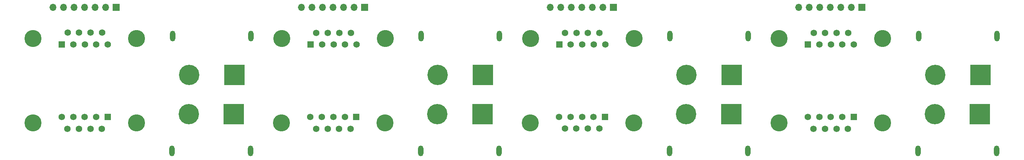
<source format=gbr>
%TF.GenerationSoftware,KiCad,Pcbnew,(6.0.7)*%
%TF.CreationDate,2024-02-08T01:47:38+01:00*%
%TF.ProjectId,RACK_CONNECTOR,5241434b-5f43-44f4-9e4e-4543544f522e,rev?*%
%TF.SameCoordinates,Original*%
%TF.FileFunction,Copper,L2,Bot*%
%TF.FilePolarity,Positive*%
%FSLAX46Y46*%
G04 Gerber Fmt 4.6, Leading zero omitted, Abs format (unit mm)*
G04 Created by KiCad (PCBNEW (6.0.7)) date 2024-02-08 01:47:38*
%MOMM*%
%LPD*%
G01*
G04 APERTURE LIST*
%TA.AperFunction,ComponentPad*%
%ADD10R,1.575000X1.575000*%
%TD*%
%TA.AperFunction,ComponentPad*%
%ADD11C,1.575000*%
%TD*%
%TA.AperFunction,ComponentPad*%
%ADD12C,4.116000*%
%TD*%
%TA.AperFunction,ComponentPad*%
%ADD13C,4.916000*%
%TD*%
%TA.AperFunction,ComponentPad*%
%ADD14R,4.916000X4.916000*%
%TD*%
%TA.AperFunction,ComponentPad*%
%ADD15O,1.300000X2.600000*%
%TD*%
%TA.AperFunction,ComponentPad*%
%ADD16R,1.700000X1.700000*%
%TD*%
%TA.AperFunction,ComponentPad*%
%ADD17O,1.700000X1.700000*%
%TD*%
G04 APERTURE END LIST*
D10*
%TO.P,J11,1,1*%
%TO.N,C1*%
X93360000Y-55190000D03*
D11*
%TO.P,J11,2,2*%
%TO.N,C2*%
X96130000Y-55190000D03*
%TO.P,J11,3,3*%
%TO.N,C3*%
X98900000Y-55190000D03*
%TO.P,J11,4,4*%
%TO.N,C4*%
X101670000Y-55190000D03*
%TO.P,J11,5,5*%
%TO.N,C5*%
X104440000Y-55190000D03*
%TO.P,J11,6,6*%
%TO.N,C6*%
X94745000Y-52350000D03*
%TO.P,J11,7,7*%
%TO.N,C7*%
X97515000Y-52350000D03*
%TO.P,J11,8,8*%
%TO.N,unconnected-(J11-Pad8)*%
X100285000Y-52350000D03*
%TO.P,J11,9,9*%
%TO.N,unconnected-(J11-Pad9)*%
X103055000Y-52350000D03*
D12*
%TO.P,J11,S1*%
%TO.N,N/C*%
X111395000Y-53770000D03*
%TO.P,J11,S2*%
X86405000Y-53770000D03*
%TD*%
D10*
%TO.P,J9,1,1*%
%TO.N,A1*%
X213350000Y-55200000D03*
D11*
%TO.P,J9,2,2*%
%TO.N,A2*%
X216120000Y-55200000D03*
%TO.P,J9,3,3*%
%TO.N,A3*%
X218890000Y-55200000D03*
%TO.P,J9,4,4*%
%TO.N,A4*%
X221660000Y-55200000D03*
%TO.P,J9,5,5*%
%TO.N,A5*%
X224430000Y-55200000D03*
%TO.P,J9,6,6*%
%TO.N,A6*%
X214735000Y-52360000D03*
%TO.P,J9,7,7*%
%TO.N,A7*%
X217505000Y-52360000D03*
%TO.P,J9,8,8*%
%TO.N,unconnected-(J9-Pad8)*%
X220275000Y-52360000D03*
%TO.P,J9,9,9*%
%TO.N,unconnected-(J9-Pad9)*%
X223045000Y-52360000D03*
D12*
%TO.P,J9,S1*%
%TO.N,N/C*%
X231385000Y-53780000D03*
%TO.P,J9,S2*%
X206395000Y-53780000D03*
%TD*%
D13*
%TO.P,J14,N,NEG*%
%TO.N,Net-(J14-PadN)*%
X243940000Y-72000000D03*
D14*
%TO.P,J14,P,POS*%
%TO.N,Net-(J14-PadP)*%
X254840000Y-72000000D03*
D15*
%TO.P,J14,S1*%
%TO.N,N/C*%
X258840000Y-80900000D03*
%TO.P,J14,S2*%
X239940000Y-80900000D03*
%TD*%
D13*
%TO.P,J15,N,NEG*%
%TO.N,Net-(J15-PadN)*%
X123930000Y-72000000D03*
D14*
%TO.P,J15,P,POS*%
%TO.N,Net-(J15-PadP)*%
X134830000Y-72000000D03*
D15*
%TO.P,J15,S1*%
%TO.N,N/C*%
X138830000Y-80900000D03*
%TO.P,J15,S2*%
X119930000Y-80900000D03*
%TD*%
D10*
%TO.P,J19,1,1*%
%TO.N,C1*%
X104385000Y-72710000D03*
D11*
%TO.P,J19,2,2*%
%TO.N,C2*%
X101615000Y-72710000D03*
%TO.P,J19,3,3*%
%TO.N,C3*%
X98845000Y-72710000D03*
%TO.P,J19,4,4*%
%TO.N,C4*%
X96075000Y-72710000D03*
%TO.P,J19,5,5*%
%TO.N,C5*%
X93305000Y-72710000D03*
%TO.P,J19,6,6*%
%TO.N,C6*%
X103000000Y-75550000D03*
%TO.P,J19,7,7*%
%TO.N,C7*%
X100230000Y-75550000D03*
%TO.P,J19,8,8*%
%TO.N,unconnected-(J19-Pad8)*%
X97460000Y-75550000D03*
%TO.P,J19,9,9*%
%TO.N,unconnected-(J19-Pad9)*%
X94690000Y-75550000D03*
D12*
%TO.P,J19,S1*%
%TO.N,N/C*%
X86350000Y-74130000D03*
%TO.P,J19,S2*%
X111340000Y-74130000D03*
%TD*%
D16*
%TO.P,J6,1,Pin_1*%
%TO.N,B1*%
X166410000Y-46230000D03*
D17*
%TO.P,J6,2,Pin_2*%
%TO.N,B2*%
X163870000Y-46230000D03*
%TO.P,J6,3,Pin_3*%
%TO.N,B3*%
X161330000Y-46230000D03*
%TO.P,J6,4,Pin_4*%
%TO.N,B4*%
X158790000Y-46230000D03*
%TO.P,J6,5,Pin_5*%
%TO.N,B5*%
X156250000Y-46230000D03*
%TO.P,J6,6,Pin_6*%
%TO.N,B6*%
X153710000Y-46230000D03*
%TO.P,J6,7,Pin_7*%
%TO.N,B7*%
X151170000Y-46230000D03*
%TD*%
D13*
%TO.P,J16,N,NEG*%
%TO.N,Net-(J16-PadN)*%
X63940000Y-71990000D03*
D14*
%TO.P,J16,P,POS*%
%TO.N,Net-(J16-PadP)*%
X74840000Y-71990000D03*
D15*
%TO.P,J16,S1*%
%TO.N,N/C*%
X78840000Y-80890000D03*
%TO.P,J16,S2*%
X59940000Y-80890000D03*
%TD*%
D13*
%TO.P,J4,N,NEG*%
%TO.N,Net-(J16-PadN)*%
X64040000Y-62540000D03*
D14*
%TO.P,J4,P,POS*%
%TO.N,Net-(J16-PadP)*%
X74940000Y-62540000D03*
D15*
%TO.P,J4,S1*%
%TO.N,N/C*%
X78940000Y-53140000D03*
%TO.P,J4,S2*%
X60040000Y-53140000D03*
%TD*%
D10*
%TO.P,J20,1,1*%
%TO.N,D1*%
X44395000Y-72740000D03*
D11*
%TO.P,J20,2,2*%
%TO.N,D2*%
X41625000Y-72740000D03*
%TO.P,J20,3,3*%
%TO.N,D3*%
X38855000Y-72740000D03*
%TO.P,J20,4,4*%
%TO.N,D4*%
X36085000Y-72740000D03*
%TO.P,J20,5,5*%
%TO.N,D5*%
X33315000Y-72740000D03*
%TO.P,J20,6,6*%
%TO.N,D6*%
X43010000Y-75580000D03*
%TO.P,J20,7,7*%
%TO.N,D7*%
X40240000Y-75580000D03*
%TO.P,J20,8,8*%
%TO.N,unconnected-(J20-Pad8)*%
X37470000Y-75580000D03*
%TO.P,J20,9,9*%
%TO.N,unconnected-(J20-Pad9)*%
X34700000Y-75580000D03*
D12*
%TO.P,J20,S1*%
%TO.N,N/C*%
X26360000Y-74160000D03*
%TO.P,J20,S2*%
X51350000Y-74160000D03*
%TD*%
D10*
%TO.P,J18,1,1*%
%TO.N,B1*%
X164395000Y-72700000D03*
D11*
%TO.P,J18,2,2*%
%TO.N,B2*%
X161625000Y-72700000D03*
%TO.P,J18,3,3*%
%TO.N,B3*%
X158855000Y-72700000D03*
%TO.P,J18,4,4*%
%TO.N,B4*%
X156085000Y-72700000D03*
%TO.P,J18,5,5*%
%TO.N,B5*%
X153315000Y-72700000D03*
%TO.P,J18,6,6*%
%TO.N,B6*%
X163010000Y-75540000D03*
%TO.P,J18,7,7*%
%TO.N,B7*%
X160240000Y-75540000D03*
%TO.P,J18,8,8*%
%TO.N,unconnected-(J18-Pad8)*%
X157470000Y-75540000D03*
%TO.P,J18,9,9*%
%TO.N,unconnected-(J18-Pad9)*%
X154700000Y-75540000D03*
D12*
%TO.P,J18,S1*%
%TO.N,N/C*%
X146360000Y-74120000D03*
%TO.P,J18,S2*%
X171350000Y-74120000D03*
%TD*%
D16*
%TO.P,J7,1,Pin_1*%
%TO.N,C1*%
X106390000Y-46225000D03*
D17*
%TO.P,J7,2,Pin_2*%
%TO.N,C2*%
X103850000Y-46225000D03*
%TO.P,J7,3,Pin_3*%
%TO.N,C3*%
X101310000Y-46225000D03*
%TO.P,J7,4,Pin_4*%
%TO.N,C4*%
X98770000Y-46225000D03*
%TO.P,J7,5,Pin_5*%
%TO.N,C5*%
X96230000Y-46225000D03*
%TO.P,J7,6,Pin_6*%
%TO.N,C6*%
X93690000Y-46225000D03*
%TO.P,J7,7,Pin_7*%
%TO.N,C7*%
X91150000Y-46225000D03*
%TD*%
D10*
%TO.P,J17,1,1*%
%TO.N,A1*%
X224385000Y-72710000D03*
D11*
%TO.P,J17,2,2*%
%TO.N,A2*%
X221615000Y-72710000D03*
%TO.P,J17,3,3*%
%TO.N,A3*%
X218845000Y-72710000D03*
%TO.P,J17,4,4*%
%TO.N,A4*%
X216075000Y-72710000D03*
%TO.P,J17,5,5*%
%TO.N,A5*%
X213305000Y-72710000D03*
%TO.P,J17,6,6*%
%TO.N,A6*%
X223000000Y-75550000D03*
%TO.P,J17,7,7*%
%TO.N,A7*%
X220230000Y-75550000D03*
%TO.P,J17,8,8*%
%TO.N,unconnected-(J17-Pad8)*%
X217460000Y-75550000D03*
%TO.P,J17,9,9*%
%TO.N,unconnected-(J17-Pad9)*%
X214690000Y-75550000D03*
D12*
%TO.P,J17,S1*%
%TO.N,N/C*%
X206350000Y-74130000D03*
%TO.P,J17,S2*%
X231340000Y-74130000D03*
%TD*%
D13*
%TO.P,J1,N,NEG*%
%TO.N,Net-(J1-PadN)*%
X184040000Y-62540000D03*
D14*
%TO.P,J1,P,POS*%
%TO.N,Net-(J1-PadP)*%
X194940000Y-62540000D03*
D15*
%TO.P,J1,S1*%
%TO.N,N/C*%
X198940000Y-53140000D03*
%TO.P,J1,S2*%
X180040000Y-53140000D03*
%TD*%
D13*
%TO.P,J3,N,NEG*%
%TO.N,Net-(J15-PadN)*%
X124040000Y-62540000D03*
D14*
%TO.P,J3,P,POS*%
%TO.N,Net-(J15-PadP)*%
X134940000Y-62540000D03*
D15*
%TO.P,J3,S1*%
%TO.N,N/C*%
X138940000Y-53140000D03*
%TO.P,J3,S2*%
X120040000Y-53140000D03*
%TD*%
D10*
%TO.P,J10,1,1*%
%TO.N,B1*%
X153350000Y-55190000D03*
D11*
%TO.P,J10,2,2*%
%TO.N,B2*%
X156120000Y-55190000D03*
%TO.P,J10,3,3*%
%TO.N,B3*%
X158890000Y-55190000D03*
%TO.P,J10,4,4*%
%TO.N,B4*%
X161660000Y-55190000D03*
%TO.P,J10,5,5*%
%TO.N,B5*%
X164430000Y-55190000D03*
%TO.P,J10,6,6*%
%TO.N,B6*%
X154735000Y-52350000D03*
%TO.P,J10,7,7*%
%TO.N,B7*%
X157505000Y-52350000D03*
%TO.P,J10,8,8*%
%TO.N,unconnected-(J10-Pad8)*%
X160275000Y-52350000D03*
%TO.P,J10,9,9*%
%TO.N,unconnected-(J10-Pad9)*%
X163045000Y-52350000D03*
D12*
%TO.P,J10,S1*%
%TO.N,N/C*%
X171385000Y-53770000D03*
%TO.P,J10,S2*%
X146395000Y-53770000D03*
%TD*%
D10*
%TO.P,J12,1,1*%
%TO.N,D1*%
X33340000Y-55160000D03*
D11*
%TO.P,J12,2,2*%
%TO.N,D2*%
X36110000Y-55160000D03*
%TO.P,J12,3,3*%
%TO.N,D3*%
X38880000Y-55160000D03*
%TO.P,J12,4,4*%
%TO.N,D4*%
X41650000Y-55160000D03*
%TO.P,J12,5,5*%
%TO.N,D5*%
X44420000Y-55160000D03*
%TO.P,J12,6,6*%
%TO.N,D6*%
X34725000Y-52320000D03*
%TO.P,J12,7,7*%
%TO.N,D7*%
X37495000Y-52320000D03*
%TO.P,J12,8,8*%
%TO.N,unconnected-(J12-Pad8)*%
X40265000Y-52320000D03*
%TO.P,J12,9,9*%
%TO.N,unconnected-(J12-Pad9)*%
X43035000Y-52320000D03*
D12*
%TO.P,J12,S1*%
%TO.N,N/C*%
X51375000Y-53740000D03*
%TO.P,J12,S2*%
X26385000Y-53740000D03*
%TD*%
D13*
%TO.P,J2,N,NEG*%
%TO.N,Net-(J14-PadN)*%
X244050000Y-62530000D03*
D14*
%TO.P,J2,P,POS*%
%TO.N,Net-(J14-PadP)*%
X254950000Y-62530000D03*
D15*
%TO.P,J2,S1*%
%TO.N,N/C*%
X258950000Y-53130000D03*
%TO.P,J2,S2*%
X240050000Y-53130000D03*
%TD*%
D16*
%TO.P,J8,1,Pin_1*%
%TO.N,D1*%
X46410000Y-46220000D03*
D17*
%TO.P,J8,2,Pin_2*%
%TO.N,D2*%
X43870000Y-46220000D03*
%TO.P,J8,3,Pin_3*%
%TO.N,D3*%
X41330000Y-46220000D03*
%TO.P,J8,4,Pin_4*%
%TO.N,D4*%
X38790000Y-46220000D03*
%TO.P,J8,5,Pin_5*%
%TO.N,D5*%
X36250000Y-46220000D03*
%TO.P,J8,6,Pin_6*%
%TO.N,D6*%
X33710000Y-46220000D03*
%TO.P,J8,7,Pin_7*%
%TO.N,D7*%
X31170000Y-46220000D03*
%TD*%
D16*
%TO.P,J5,1,Pin_1*%
%TO.N,A1*%
X226400000Y-46230000D03*
D17*
%TO.P,J5,2,Pin_2*%
%TO.N,A2*%
X223860000Y-46230000D03*
%TO.P,J5,3,Pin_3*%
%TO.N,A3*%
X221320000Y-46230000D03*
%TO.P,J5,4,Pin_4*%
%TO.N,A4*%
X218780000Y-46230000D03*
%TO.P,J5,5,Pin_5*%
%TO.N,A5*%
X216240000Y-46230000D03*
%TO.P,J5,6,Pin_6*%
%TO.N,A6*%
X213700000Y-46230000D03*
%TO.P,J5,7,Pin_7*%
%TO.N,A7*%
X211160000Y-46230000D03*
%TD*%
D13*
%TO.P,J13,N,NEG*%
%TO.N,Net-(J1-PadN)*%
X183930000Y-72000000D03*
D14*
%TO.P,J13,P,POS*%
%TO.N,Net-(J1-PadP)*%
X194830000Y-72000000D03*
D15*
%TO.P,J13,S1*%
%TO.N,N/C*%
X198830000Y-80900000D03*
%TO.P,J13,S2*%
X179930000Y-80900000D03*
%TD*%
M02*

</source>
